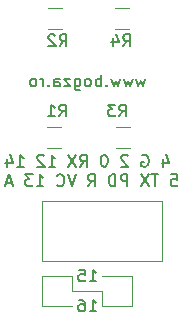
<source format=gbr>
G04 #@! TF.GenerationSoftware,KiCad,Pcbnew,(5.1.2)-1*
G04 #@! TF.CreationDate,2019-06-17T20:55:27+03:00*
G04 #@! TF.ProjectId,esp8266_minimal_hw,65737038-3236-4365-9f6d-696e696d616c,rev?*
G04 #@! TF.SameCoordinates,Original*
G04 #@! TF.FileFunction,Legend,Bot*
G04 #@! TF.FilePolarity,Positive*
%FSLAX46Y46*%
G04 Gerber Fmt 4.6, Leading zero omitted, Abs format (unit mm)*
G04 Created by KiCad (PCBNEW (5.1.2)-1) date 2019-06-17 20:55:27*
%MOMM*%
%LPD*%
G04 APERTURE LIST*
%ADD10C,0.120000*%
%ADD11C,0.150000*%
G04 APERTURE END LIST*
D10*
X91440000Y-64770000D02*
X86360000Y-64770000D01*
X91440000Y-69850000D02*
X91440000Y-64770000D01*
X81280000Y-69850000D02*
X91440000Y-69850000D01*
X81280000Y-64770000D02*
X81280000Y-69850000D01*
X88900000Y-64770000D02*
X81280000Y-64770000D01*
X81280000Y-73660000D02*
X83820000Y-73660000D01*
X81280000Y-71120000D02*
X81280000Y-73660000D01*
X83820000Y-71120000D02*
X81280000Y-71120000D01*
X83820000Y-72390000D02*
X83820000Y-71120000D01*
X86360000Y-72390000D02*
X83820000Y-72390000D01*
X86360000Y-73660000D02*
X86360000Y-72390000D01*
X88900000Y-73660000D02*
X86360000Y-73660000D01*
X88900000Y-71120000D02*
X88900000Y-73660000D01*
X86360000Y-71120000D02*
X88900000Y-71120000D01*
D11*
X85280476Y-71572380D02*
X85851904Y-71572380D01*
X85566190Y-71572380D02*
X85566190Y-70572380D01*
X85661428Y-70715238D01*
X85756666Y-70810476D01*
X85851904Y-70858095D01*
X84375714Y-70572380D02*
X84851904Y-70572380D01*
X84899523Y-71048571D01*
X84851904Y-71000952D01*
X84756666Y-70953333D01*
X84518571Y-70953333D01*
X84423333Y-71000952D01*
X84375714Y-71048571D01*
X84328095Y-71143809D01*
X84328095Y-71381904D01*
X84375714Y-71477142D01*
X84423333Y-71524761D01*
X84518571Y-71572380D01*
X84756666Y-71572380D01*
X84851904Y-71524761D01*
X84899523Y-71477142D01*
X85280476Y-74112380D02*
X85851904Y-74112380D01*
X85566190Y-74112380D02*
X85566190Y-73112380D01*
X85661428Y-73255238D01*
X85756666Y-73350476D01*
X85851904Y-73398095D01*
X84423333Y-73112380D02*
X84613809Y-73112380D01*
X84709047Y-73160000D01*
X84756666Y-73207619D01*
X84851904Y-73350476D01*
X84899523Y-73540952D01*
X84899523Y-73921904D01*
X84851904Y-74017142D01*
X84804285Y-74064761D01*
X84709047Y-74112380D01*
X84518571Y-74112380D01*
X84423333Y-74064761D01*
X84375714Y-74017142D01*
X84328095Y-73921904D01*
X84328095Y-73683809D01*
X84375714Y-73588571D01*
X84423333Y-73540952D01*
X84518571Y-73493333D01*
X84709047Y-73493333D01*
X84804285Y-73540952D01*
X84851904Y-73588571D01*
X84899523Y-73683809D01*
X89970952Y-54395714D02*
X89780476Y-55062380D01*
X89590000Y-54586190D01*
X89399523Y-55062380D01*
X89209047Y-54395714D01*
X88923333Y-54395714D02*
X88732857Y-55062380D01*
X88542380Y-54586190D01*
X88351904Y-55062380D01*
X88161428Y-54395714D01*
X87875714Y-54395714D02*
X87685238Y-55062380D01*
X87494761Y-54586190D01*
X87304285Y-55062380D01*
X87113809Y-54395714D01*
X86732857Y-54967142D02*
X86685238Y-55014761D01*
X86732857Y-55062380D01*
X86780476Y-55014761D01*
X86732857Y-54967142D01*
X86732857Y-55062380D01*
X86256666Y-55062380D02*
X86256666Y-54062380D01*
X86256666Y-54443333D02*
X86161428Y-54395714D01*
X85970952Y-54395714D01*
X85875714Y-54443333D01*
X85828095Y-54490952D01*
X85780476Y-54586190D01*
X85780476Y-54871904D01*
X85828095Y-54967142D01*
X85875714Y-55014761D01*
X85970952Y-55062380D01*
X86161428Y-55062380D01*
X86256666Y-55014761D01*
X85209047Y-55062380D02*
X85304285Y-55014761D01*
X85351904Y-54967142D01*
X85399523Y-54871904D01*
X85399523Y-54586190D01*
X85351904Y-54490952D01*
X85304285Y-54443333D01*
X85209047Y-54395714D01*
X85066190Y-54395714D01*
X84970952Y-54443333D01*
X84923333Y-54490952D01*
X84875714Y-54586190D01*
X84875714Y-54871904D01*
X84923333Y-54967142D01*
X84970952Y-55014761D01*
X85066190Y-55062380D01*
X85209047Y-55062380D01*
X84018571Y-54395714D02*
X84018571Y-55205238D01*
X84066190Y-55300476D01*
X84113809Y-55348095D01*
X84209047Y-55395714D01*
X84351904Y-55395714D01*
X84447142Y-55348095D01*
X84018571Y-55014761D02*
X84113809Y-55062380D01*
X84304285Y-55062380D01*
X84399523Y-55014761D01*
X84447142Y-54967142D01*
X84494761Y-54871904D01*
X84494761Y-54586190D01*
X84447142Y-54490952D01*
X84399523Y-54443333D01*
X84304285Y-54395714D01*
X84113809Y-54395714D01*
X84018571Y-54443333D01*
X83637619Y-54395714D02*
X83113809Y-54395714D01*
X83637619Y-55062380D01*
X83113809Y-55062380D01*
X82304285Y-55062380D02*
X82304285Y-54538571D01*
X82351904Y-54443333D01*
X82447142Y-54395714D01*
X82637619Y-54395714D01*
X82732857Y-54443333D01*
X82304285Y-55014761D02*
X82399523Y-55062380D01*
X82637619Y-55062380D01*
X82732857Y-55014761D01*
X82780476Y-54919523D01*
X82780476Y-54824285D01*
X82732857Y-54729047D01*
X82637619Y-54681428D01*
X82399523Y-54681428D01*
X82304285Y-54633809D01*
X81828095Y-54967142D02*
X81780476Y-55014761D01*
X81828095Y-55062380D01*
X81875714Y-55014761D01*
X81828095Y-54967142D01*
X81828095Y-55062380D01*
X81351904Y-55062380D02*
X81351904Y-54395714D01*
X81351904Y-54586190D02*
X81304285Y-54490952D01*
X81256666Y-54443333D01*
X81161428Y-54395714D01*
X81066190Y-54395714D01*
X80590000Y-55062380D02*
X80685238Y-55014761D01*
X80732857Y-54967142D01*
X80780476Y-54871904D01*
X80780476Y-54586190D01*
X80732857Y-54490952D01*
X80685238Y-54443333D01*
X80590000Y-54395714D01*
X80447142Y-54395714D01*
X80351904Y-54443333D01*
X80304285Y-54490952D01*
X80256666Y-54586190D01*
X80256666Y-54871904D01*
X80304285Y-54967142D01*
X80351904Y-55014761D01*
X80447142Y-55062380D01*
X80590000Y-55062380D01*
X91518571Y-61190714D02*
X91518571Y-61857380D01*
X91756666Y-60809761D02*
X91994761Y-61524047D01*
X91375714Y-61524047D01*
X89709047Y-60905000D02*
X89804285Y-60857380D01*
X89947142Y-60857380D01*
X90090000Y-60905000D01*
X90185238Y-61000238D01*
X90232857Y-61095476D01*
X90280476Y-61285952D01*
X90280476Y-61428809D01*
X90232857Y-61619285D01*
X90185238Y-61714523D01*
X90090000Y-61809761D01*
X89947142Y-61857380D01*
X89851904Y-61857380D01*
X89709047Y-61809761D01*
X89661428Y-61762142D01*
X89661428Y-61428809D01*
X89851904Y-61428809D01*
X88518571Y-60952619D02*
X88470952Y-60905000D01*
X88375714Y-60857380D01*
X88137619Y-60857380D01*
X88042380Y-60905000D01*
X87994761Y-60952619D01*
X87947142Y-61047857D01*
X87947142Y-61143095D01*
X87994761Y-61285952D01*
X88566190Y-61857380D01*
X87947142Y-61857380D01*
X86566190Y-60857380D02*
X86470952Y-60857380D01*
X86375714Y-60905000D01*
X86328095Y-60952619D01*
X86280476Y-61047857D01*
X86232857Y-61238333D01*
X86232857Y-61476428D01*
X86280476Y-61666904D01*
X86328095Y-61762142D01*
X86375714Y-61809761D01*
X86470952Y-61857380D01*
X86566190Y-61857380D01*
X86661428Y-61809761D01*
X86709047Y-61762142D01*
X86756666Y-61666904D01*
X86804285Y-61476428D01*
X86804285Y-61238333D01*
X86756666Y-61047857D01*
X86709047Y-60952619D01*
X86661428Y-60905000D01*
X86566190Y-60857380D01*
X84470952Y-61857380D02*
X84804285Y-61381190D01*
X85042380Y-61857380D02*
X85042380Y-60857380D01*
X84661428Y-60857380D01*
X84566190Y-60905000D01*
X84518571Y-60952619D01*
X84470952Y-61047857D01*
X84470952Y-61190714D01*
X84518571Y-61285952D01*
X84566190Y-61333571D01*
X84661428Y-61381190D01*
X85042380Y-61381190D01*
X84137619Y-60857380D02*
X83470952Y-61857380D01*
X83470952Y-60857380D02*
X84137619Y-61857380D01*
X81804285Y-61857380D02*
X82375714Y-61857380D01*
X82090000Y-61857380D02*
X82090000Y-60857380D01*
X82185238Y-61000238D01*
X82280476Y-61095476D01*
X82375714Y-61143095D01*
X81423333Y-60952619D02*
X81375714Y-60905000D01*
X81280476Y-60857380D01*
X81042380Y-60857380D01*
X80947142Y-60905000D01*
X80899523Y-60952619D01*
X80851904Y-61047857D01*
X80851904Y-61143095D01*
X80899523Y-61285952D01*
X81470952Y-61857380D01*
X80851904Y-61857380D01*
X79137619Y-61857380D02*
X79709047Y-61857380D01*
X79423333Y-61857380D02*
X79423333Y-60857380D01*
X79518571Y-61000238D01*
X79613809Y-61095476D01*
X79709047Y-61143095D01*
X78280476Y-61190714D02*
X78280476Y-61857380D01*
X78518571Y-60809761D02*
X78756666Y-61524047D01*
X78137619Y-61524047D01*
X92185238Y-62507380D02*
X92661428Y-62507380D01*
X92709047Y-62983571D01*
X92661428Y-62935952D01*
X92566190Y-62888333D01*
X92328095Y-62888333D01*
X92232857Y-62935952D01*
X92185238Y-62983571D01*
X92137619Y-63078809D01*
X92137619Y-63316904D01*
X92185238Y-63412142D01*
X92232857Y-63459761D01*
X92328095Y-63507380D01*
X92566190Y-63507380D01*
X92661428Y-63459761D01*
X92709047Y-63412142D01*
X91090000Y-62507380D02*
X90518571Y-62507380D01*
X90804285Y-63507380D02*
X90804285Y-62507380D01*
X90280476Y-62507380D02*
X89613809Y-63507380D01*
X89613809Y-62507380D02*
X90280476Y-63507380D01*
X88470952Y-63507380D02*
X88470952Y-62507380D01*
X88090000Y-62507380D01*
X87994761Y-62555000D01*
X87947142Y-62602619D01*
X87899523Y-62697857D01*
X87899523Y-62840714D01*
X87947142Y-62935952D01*
X87994761Y-62983571D01*
X88090000Y-63031190D01*
X88470952Y-63031190D01*
X87470952Y-63507380D02*
X87470952Y-62507380D01*
X87232857Y-62507380D01*
X87090000Y-62555000D01*
X86994761Y-62650238D01*
X86947142Y-62745476D01*
X86899523Y-62935952D01*
X86899523Y-63078809D01*
X86947142Y-63269285D01*
X86994761Y-63364523D01*
X87090000Y-63459761D01*
X87232857Y-63507380D01*
X87470952Y-63507380D01*
X85137619Y-63507380D02*
X85470952Y-63031190D01*
X85709047Y-63507380D02*
X85709047Y-62507380D01*
X85328095Y-62507380D01*
X85232857Y-62555000D01*
X85185238Y-62602619D01*
X85137619Y-62697857D01*
X85137619Y-62840714D01*
X85185238Y-62935952D01*
X85232857Y-62983571D01*
X85328095Y-63031190D01*
X85709047Y-63031190D01*
X84090000Y-62507380D02*
X83756666Y-63507380D01*
X83423333Y-62507380D01*
X82518571Y-63412142D02*
X82566190Y-63459761D01*
X82709047Y-63507380D01*
X82804285Y-63507380D01*
X82947142Y-63459761D01*
X83042380Y-63364523D01*
X83090000Y-63269285D01*
X83137619Y-63078809D01*
X83137619Y-62935952D01*
X83090000Y-62745476D01*
X83042380Y-62650238D01*
X82947142Y-62555000D01*
X82804285Y-62507380D01*
X82709047Y-62507380D01*
X82566190Y-62555000D01*
X82518571Y-62602619D01*
X80804285Y-63507380D02*
X81375714Y-63507380D01*
X81090000Y-63507380D02*
X81090000Y-62507380D01*
X81185238Y-62650238D01*
X81280476Y-62745476D01*
X81375714Y-62793095D01*
X80470952Y-62507380D02*
X79851904Y-62507380D01*
X80185238Y-62888333D01*
X80042380Y-62888333D01*
X79947142Y-62935952D01*
X79899523Y-62983571D01*
X79851904Y-63078809D01*
X79851904Y-63316904D01*
X79899523Y-63412142D01*
X79947142Y-63459761D01*
X80042380Y-63507380D01*
X80328095Y-63507380D01*
X80423333Y-63459761D01*
X80470952Y-63412142D01*
X78709047Y-63221666D02*
X78232857Y-63221666D01*
X78804285Y-63507380D02*
X78470952Y-62507380D01*
X78137619Y-63507380D01*
D10*
X87416734Y-48405142D02*
X88620862Y-48405142D01*
X87416734Y-50225142D02*
X88620862Y-50225142D01*
X87525319Y-58452292D02*
X88729447Y-58452292D01*
X87525319Y-60272292D02*
X88729447Y-60272292D01*
X82934564Y-48402500D02*
X81730436Y-48402500D01*
X82934564Y-50222500D02*
X81730436Y-50222500D01*
X81632082Y-58493217D02*
X82836210Y-58493217D01*
X81632082Y-60313217D02*
X82836210Y-60313217D01*
D11*
X88114424Y-51651648D02*
X88447758Y-51175458D01*
X88685853Y-51651648D02*
X88685853Y-50651648D01*
X88304900Y-50651648D01*
X88209662Y-50699268D01*
X88162043Y-50746887D01*
X88114424Y-50842125D01*
X88114424Y-50984982D01*
X88162043Y-51080220D01*
X88209662Y-51127839D01*
X88304900Y-51175458D01*
X88685853Y-51175458D01*
X87257281Y-50984982D02*
X87257281Y-51651648D01*
X87495377Y-50604029D02*
X87733472Y-51318315D01*
X87114424Y-51318315D01*
X87796666Y-57602380D02*
X88130000Y-57126190D01*
X88368095Y-57602380D02*
X88368095Y-56602380D01*
X87987142Y-56602380D01*
X87891904Y-56650000D01*
X87844285Y-56697619D01*
X87796666Y-56792857D01*
X87796666Y-56935714D01*
X87844285Y-57030952D01*
X87891904Y-57078571D01*
X87987142Y-57126190D01*
X88368095Y-57126190D01*
X87463333Y-56602380D02*
X86844285Y-56602380D01*
X87177619Y-56983333D01*
X87034761Y-56983333D01*
X86939523Y-57030952D01*
X86891904Y-57078571D01*
X86844285Y-57173809D01*
X86844285Y-57411904D01*
X86891904Y-57507142D01*
X86939523Y-57554761D01*
X87034761Y-57602380D01*
X87320476Y-57602380D01*
X87415714Y-57554761D01*
X87463333Y-57507142D01*
X82732893Y-51651648D02*
X83066227Y-51175458D01*
X83304322Y-51651648D02*
X83304322Y-50651648D01*
X82923369Y-50651648D01*
X82828131Y-50699268D01*
X82780512Y-50746887D01*
X82732893Y-50842125D01*
X82732893Y-50984982D01*
X82780512Y-51080220D01*
X82828131Y-51127839D01*
X82923369Y-51175458D01*
X83304322Y-51175458D01*
X82351941Y-50746887D02*
X82304322Y-50699268D01*
X82209084Y-50651648D01*
X81970988Y-50651648D01*
X81875750Y-50699268D01*
X81828131Y-50746887D01*
X81780512Y-50842125D01*
X81780512Y-50937363D01*
X81828131Y-51080220D01*
X82399560Y-51651648D01*
X81780512Y-51651648D01*
X82716666Y-57602380D02*
X83050000Y-57126190D01*
X83288095Y-57602380D02*
X83288095Y-56602380D01*
X82907142Y-56602380D01*
X82811904Y-56650000D01*
X82764285Y-56697619D01*
X82716666Y-56792857D01*
X82716666Y-56935714D01*
X82764285Y-57030952D01*
X82811904Y-57078571D01*
X82907142Y-57126190D01*
X83288095Y-57126190D01*
X81764285Y-57602380D02*
X82335714Y-57602380D01*
X82050000Y-57602380D02*
X82050000Y-56602380D01*
X82145238Y-56745238D01*
X82240476Y-56840476D01*
X82335714Y-56888095D01*
M02*

</source>
